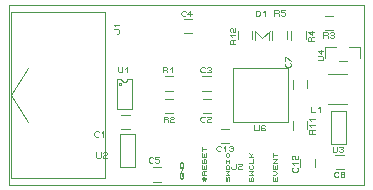
<source format=gbr>
G04 PROTEUS GERBER X2 FILE*
%TF.GenerationSoftware,Labcenter,Proteus,8.5-SP0-Build22067*%
%TF.CreationDate,2018-05-23T12:33:45+00:00*%
%TF.FileFunction,Legend,Top*%
%TF.FilePolarity,Positive*%
%TF.Part,Single*%
%FSLAX45Y45*%
%MOMM*%
G01*
%TA.AperFunction,Profile*%
%ADD28C,0.101600*%
%TA.AperFunction,Material*%
%ADD73C,0.101600*%
D28*
X-1490000Y-760000D02*
X+1510000Y-760000D01*
X+1510000Y+760000D01*
X-1490000Y+760000D01*
X-1490000Y-760000D01*
D73*
X-1480000Y+700000D02*
X-1480000Y-700000D01*
X-680000Y-700000D01*
X-680000Y+700000D01*
X-1480000Y+700000D01*
X-1480000Y+0D02*
X-1330000Y-230000D01*
X-1480000Y+0D02*
X-1330000Y+230000D01*
X-578740Y+519200D02*
X-571120Y+519200D01*
X-563500Y+525550D01*
X-563500Y+550950D01*
X-571120Y+557300D01*
X-609220Y+557300D01*
X-593980Y+582700D02*
X-609220Y+595400D01*
X-563500Y+595400D01*
X-583080Y+134960D02*
X-583080Y-115040D01*
X-580600Y-116300D02*
X-453600Y-116300D01*
X-453080Y-115040D02*
X-453080Y+134960D01*
X-543080Y+134960D02*
X-537299Y+120741D01*
X-523080Y+114960D01*
X-493080Y+134960D02*
X-498861Y+120741D01*
X-513080Y+114960D01*
X-493080Y+134960D02*
X-453080Y+134960D01*
X-543080Y+134960D02*
X-583080Y+134960D01*
X-523080Y+114960D02*
X-513080Y+114960D01*
X-543080Y+94960D02*
X-543115Y+95791D01*
X-543396Y+97455D01*
X-543986Y+99119D01*
X-544950Y+100783D01*
X-546425Y+102424D01*
X-548089Y+103625D01*
X-549753Y+104390D01*
X-551417Y+104821D01*
X-553080Y+104960D01*
X-563080Y+94960D02*
X-563045Y+95791D01*
X-562764Y+97455D01*
X-562174Y+99119D01*
X-561210Y+100783D01*
X-559735Y+102424D01*
X-558071Y+103625D01*
X-556407Y+104390D01*
X-554743Y+104821D01*
X-553080Y+104960D01*
X-563080Y+94960D02*
X-563045Y+94129D01*
X-562764Y+92465D01*
X-562174Y+90801D01*
X-561210Y+89137D01*
X-559735Y+87496D01*
X-558071Y+86295D01*
X-556407Y+85530D01*
X-554743Y+85099D01*
X-553080Y+84960D01*
X-543080Y+94960D02*
X-543115Y+94129D01*
X-543396Y+92465D01*
X-543986Y+90801D01*
X-544950Y+89137D01*
X-546425Y+87496D01*
X-548089Y+86295D01*
X-549753Y+85530D01*
X-551417Y+85099D01*
X-553080Y+84960D01*
X-571420Y+239100D02*
X-571420Y+201000D01*
X-565070Y+193380D01*
X-539670Y+193380D01*
X-533320Y+201000D01*
X-533320Y+239100D01*
X-507920Y+223860D02*
X-495220Y+239100D01*
X-495220Y+193380D01*
X-176340Y+158420D02*
X-107760Y+158420D01*
X-176340Y+36500D02*
X-105220Y+36500D01*
X-194120Y+191920D02*
X-194120Y+237640D01*
X-162370Y+237640D01*
X-156020Y+230020D01*
X-156020Y+222400D01*
X-162370Y+214780D01*
X-194120Y+214780D01*
X-162370Y+214780D02*
X-156020Y+207160D01*
X-156020Y+191920D01*
X-130620Y+222400D02*
X-117920Y+237640D01*
X-117920Y+191920D01*
X-176340Y-31580D02*
X-107760Y-31580D01*
X-176340Y-153500D02*
X-105220Y-153500D01*
X-184120Y-228080D02*
X-184120Y-182360D01*
X-152370Y-182360D01*
X-146020Y-189980D01*
X-146020Y-197600D01*
X-152370Y-205220D01*
X-184120Y-205220D01*
X-152370Y-205220D02*
X-146020Y-212840D01*
X-146020Y-228080D01*
X-126970Y-189980D02*
X-120620Y-182360D01*
X-101570Y-182360D01*
X-95220Y-189980D01*
X-95220Y-197600D01*
X-101570Y-205220D01*
X-120620Y-205220D01*
X-126970Y-212840D01*
X-126970Y-228080D01*
X-95220Y-228080D01*
X+144780Y-30480D02*
X+213360Y-30480D01*
X+144780Y-152400D02*
X+215900Y-152400D01*
X+165100Y-219360D02*
X+158750Y-226980D01*
X+139700Y-226980D01*
X+127000Y-211740D01*
X+127000Y-196500D01*
X+139700Y-181260D01*
X+158750Y-181260D01*
X+165100Y-188880D01*
X+184150Y-188880D02*
X+190500Y-181260D01*
X+209550Y-181260D01*
X+215900Y-188880D01*
X+215900Y-196500D01*
X+209550Y-204120D01*
X+190500Y-204120D01*
X+184150Y-211740D01*
X+184150Y-226980D01*
X+215900Y-226980D01*
X+143660Y+158420D02*
X+212240Y+158420D01*
X+143660Y+36500D02*
X+214780Y+36500D01*
X+163980Y+199540D02*
X+157630Y+191920D01*
X+138580Y+191920D01*
X+125880Y+207160D01*
X+125880Y+222400D01*
X+138580Y+237640D01*
X+157630Y+237640D01*
X+163980Y+230020D01*
X+183030Y+230020D02*
X+189380Y+237640D01*
X+208430Y+237640D01*
X+214780Y+230020D01*
X+214780Y+222400D01*
X+208430Y+214780D01*
X+214780Y+207160D01*
X+214780Y+199540D01*
X+208430Y+191920D01*
X+189380Y+191920D01*
X+183030Y+199540D01*
X+195730Y+214780D02*
X+208430Y+214780D01*
X+405000Y-230000D02*
X+865000Y-230000D01*
X+865000Y+230000D01*
X+405000Y+230000D01*
X+405000Y-230000D01*
X+584200Y-253500D02*
X+584200Y-291600D01*
X+590550Y-299220D01*
X+615950Y-299220D01*
X+622300Y-291600D01*
X+622300Y-253500D01*
X+673100Y-261120D02*
X+666750Y-253500D01*
X+647700Y-253500D01*
X+641350Y-261120D01*
X+641350Y-291600D01*
X+647700Y-299220D01*
X+666750Y-299220D01*
X+673100Y-291600D01*
X+673100Y-283980D01*
X+666750Y-276360D01*
X+641350Y-276360D01*
X-29520Y-684600D02*
X-29520Y-671900D01*
X-19360Y-671900D01*
X-19360Y-697300D01*
X-29520Y-710000D01*
X-39680Y-710000D01*
X-49840Y-697300D01*
X-49840Y-678250D01*
X-44760Y-671900D01*
X-19360Y-659200D02*
X-49840Y-659200D01*
X-19360Y-621100D01*
X-49840Y-621100D01*
X-19360Y-608400D02*
X-49840Y-608400D01*
X-49840Y-583000D01*
X-39680Y-570300D01*
X-29520Y-570300D01*
X-19360Y-583000D01*
X-19360Y-608400D01*
X+145240Y-691900D02*
X+145240Y-717300D01*
X+150320Y-723650D01*
X+155400Y-717300D01*
X+155400Y-698250D01*
X+160480Y-691900D01*
X+165560Y-698250D01*
X+165560Y-723650D01*
X+140160Y-710950D02*
X+170640Y-710950D01*
X+140160Y-704600D02*
X+170640Y-704600D01*
X+170640Y-679200D02*
X+140160Y-679200D01*
X+140160Y-647450D01*
X+145240Y-641100D01*
X+150320Y-641100D01*
X+155400Y-647450D01*
X+155400Y-679200D01*
X+155400Y-647450D02*
X+160480Y-641100D01*
X+170640Y-641100D01*
X+170640Y-590300D02*
X+170640Y-628400D01*
X+140160Y-628400D01*
X+140160Y-590300D01*
X+155400Y-628400D02*
X+155400Y-603000D01*
X+165560Y-577600D02*
X+170640Y-571250D01*
X+170640Y-545850D01*
X+165560Y-539500D01*
X+160480Y-539500D01*
X+155400Y-545850D01*
X+155400Y-571250D01*
X+150320Y-577600D01*
X+145240Y-577600D01*
X+140160Y-571250D01*
X+140160Y-545850D01*
X+145240Y-539500D01*
X+170640Y-488700D02*
X+170640Y-526800D01*
X+140160Y-526800D01*
X+140160Y-488700D01*
X+155400Y-526800D02*
X+155400Y-501400D01*
X+140160Y-476000D02*
X+140160Y-437900D01*
X+140160Y-456950D02*
X+170640Y-456950D01*
X+365560Y-730000D02*
X+370640Y-723650D01*
X+370640Y-698250D01*
X+365560Y-691900D01*
X+360480Y-691900D01*
X+355400Y-698250D01*
X+355400Y-723650D01*
X+350320Y-730000D01*
X+345240Y-730000D01*
X+340160Y-723650D01*
X+340160Y-698250D01*
X+345240Y-691900D01*
X+340160Y-679200D02*
X+370640Y-679200D01*
X+355400Y-660150D01*
X+370640Y-641100D01*
X+340160Y-641100D01*
X+370640Y-628400D02*
X+340160Y-628400D01*
X+340160Y-603000D01*
X+350320Y-590300D01*
X+360480Y-590300D01*
X+370640Y-603000D01*
X+370640Y-628400D01*
X+340160Y-571250D02*
X+340160Y-545850D01*
X+340160Y-558550D02*
X+370640Y-558550D01*
X+370640Y-571250D02*
X+370640Y-545850D01*
X+350320Y-526800D02*
X+340160Y-514100D01*
X+340160Y-501400D01*
X+350320Y-488700D01*
X+360480Y-488700D01*
X+370640Y-501400D01*
X+370640Y-514100D01*
X+360480Y-526800D01*
X+350320Y-526800D01*
X+565560Y-730000D02*
X+570640Y-723650D01*
X+570640Y-698250D01*
X+565560Y-691900D01*
X+560480Y-691900D01*
X+555400Y-698250D01*
X+555400Y-723650D01*
X+550320Y-730000D01*
X+545240Y-730000D01*
X+540160Y-723650D01*
X+540160Y-698250D01*
X+545240Y-691900D01*
X+540160Y-679200D02*
X+570640Y-679200D01*
X+555400Y-660150D01*
X+570640Y-641100D01*
X+540160Y-641100D01*
X+565560Y-590300D02*
X+570640Y-596650D01*
X+570640Y-615700D01*
X+560480Y-628400D01*
X+550320Y-628400D01*
X+540160Y-615700D01*
X+540160Y-596650D01*
X+545240Y-590300D01*
X+540160Y-577600D02*
X+570640Y-577600D01*
X+570640Y-539500D01*
X+540160Y-526800D02*
X+570640Y-526800D01*
X+540160Y-488700D02*
X+555400Y-507750D01*
X+570640Y-488700D01*
X+555400Y-526800D02*
X+555400Y-507750D01*
X+770640Y-691900D02*
X+770640Y-730000D01*
X+740160Y-730000D01*
X+740160Y-691900D01*
X+755400Y-730000D02*
X+755400Y-704600D01*
X+740160Y-679200D02*
X+755400Y-679200D01*
X+770640Y-660150D01*
X+755400Y-641100D01*
X+740160Y-641100D01*
X+770640Y-590300D02*
X+770640Y-628400D01*
X+740160Y-628400D01*
X+740160Y-590300D01*
X+755400Y-628400D02*
X+755400Y-603000D01*
X+770640Y-577600D02*
X+740160Y-577600D01*
X+770640Y-539500D01*
X+740160Y-539500D01*
X+740160Y-526800D02*
X+740160Y-488700D01*
X+740160Y-507750D02*
X+770640Y-507750D01*
X-473660Y-288420D02*
X-542240Y-288420D01*
X-473660Y-166500D02*
X-544780Y-166500D01*
X-732740Y-345900D02*
X-739090Y-353520D01*
X-758140Y-353520D01*
X-770840Y-338280D01*
X-770840Y-323040D01*
X-758140Y-307800D01*
X-739090Y-307800D01*
X-732740Y-315420D01*
X-707340Y-323040D02*
X-694640Y-307800D01*
X-694640Y-353520D01*
X-555390Y-607490D02*
X-428390Y-607490D01*
X-428390Y-328090D01*
X-555390Y-328090D01*
X-555390Y-607490D01*
X-754780Y-483790D02*
X-754780Y-521890D01*
X-748430Y-529510D01*
X-723030Y-529510D01*
X-716680Y-521890D01*
X-716680Y-483790D01*
X-697630Y-491410D02*
X-691280Y-483790D01*
X-672230Y-483790D01*
X-665880Y-491410D01*
X-665880Y-499030D01*
X-672230Y-506650D01*
X-691280Y-506650D01*
X-697630Y-514270D01*
X-697630Y-529510D01*
X-665880Y-529510D01*
X-276340Y-611580D02*
X-207760Y-611580D01*
X-276340Y-733500D02*
X-205220Y-733500D01*
X-273800Y-564100D02*
X-280150Y-571720D01*
X-299200Y-571720D01*
X-311900Y-556480D01*
X-311900Y-541240D01*
X-299200Y-526000D01*
X-280150Y-526000D01*
X-273800Y-533620D01*
X-223000Y-526000D02*
X-254750Y-526000D01*
X-254750Y-541240D01*
X-229350Y-541240D01*
X-223000Y-548860D01*
X-223000Y-564100D01*
X-229350Y-571720D01*
X-248400Y-571720D01*
X-254750Y-564100D01*
X+1339700Y-628420D02*
X+1271120Y-628420D01*
X+1339700Y-506500D02*
X+1268580Y-506500D01*
X+1293980Y-686840D02*
X+1287630Y-694460D01*
X+1268580Y-694460D01*
X+1255880Y-679220D01*
X+1255880Y-663980D01*
X+1268580Y-648740D01*
X+1287630Y-648740D01*
X+1293980Y-656360D01*
X+1344780Y-656360D02*
X+1338430Y-648740D01*
X+1319380Y-648740D01*
X+1313030Y-656360D01*
X+1313030Y-686840D01*
X+1319380Y-694460D01*
X+1338430Y-694460D01*
X+1344780Y-686840D01*
X+1344780Y-679220D01*
X+1338430Y-671600D01*
X+1313030Y-671600D01*
X+1232690Y-410970D02*
X+1359690Y-410970D01*
X+1359690Y-131570D01*
X+1232690Y-131570D01*
X+1232690Y-410970D01*
X+1246660Y-435530D02*
X+1246660Y-473630D01*
X+1253010Y-481250D01*
X+1278410Y-481250D01*
X+1284760Y-473630D01*
X+1284760Y-435530D01*
X+1303810Y-443150D02*
X+1310160Y-435530D01*
X+1329210Y-435530D01*
X+1335560Y-443150D01*
X+1335560Y-450770D01*
X+1329210Y-458390D01*
X+1335560Y-466010D01*
X+1335560Y-473630D01*
X+1329210Y-481250D01*
X+1310160Y-481250D01*
X+1303810Y-473630D01*
X+1316510Y-458390D02*
X+1329210Y-458390D01*
X+1474780Y+404440D02*
X+1385880Y+404440D01*
X+1368100Y+292680D02*
X+1296980Y+292680D01*
X+1474780Y+404440D02*
X+1474780Y+313000D01*
X+1185220Y+310460D02*
X+1185220Y+404440D01*
X+1271580Y+404440D01*
X+1119180Y+293950D02*
X+1157280Y+293950D01*
X+1164900Y+300300D01*
X+1164900Y+325700D01*
X+1157280Y+332050D01*
X+1119180Y+332050D01*
X+1149660Y+382850D02*
X+1149660Y+344750D01*
X+1119180Y+370150D01*
X+1164900Y+370150D01*
X+1363800Y-77000D02*
X+1203780Y-77000D01*
X+1363800Y+177000D02*
X+1203780Y+177000D01*
X+1061720Y-97320D02*
X+1061720Y-143040D01*
X+1099820Y-143040D01*
X+1125220Y-112560D02*
X+1137920Y-97320D01*
X+1137920Y-143040D01*
X+1028420Y+126340D02*
X+1028420Y+57760D01*
X+906500Y+126340D02*
X+906500Y+55220D01*
X+884460Y+273660D02*
X+892080Y+267310D01*
X+892080Y+248260D01*
X+876840Y+235560D01*
X+861600Y+235560D01*
X+846360Y+248260D01*
X+846360Y+267310D01*
X+853980Y+273660D01*
X+846360Y+292710D02*
X+846360Y+324460D01*
X+853980Y+324460D01*
X+892080Y+292710D01*
X+1249700Y+551580D02*
X+1181120Y+551580D01*
X+1249700Y+673500D02*
X+1178580Y+673500D01*
X+1165880Y+485540D02*
X+1165880Y+531260D01*
X+1197630Y+531260D01*
X+1203980Y+523640D01*
X+1203980Y+516020D01*
X+1197630Y+508400D01*
X+1165880Y+508400D01*
X+1197630Y+508400D02*
X+1203980Y+500780D01*
X+1203980Y+485540D01*
X+1223030Y+523640D02*
X+1229380Y+531260D01*
X+1248430Y+531260D01*
X+1254780Y+523640D01*
X+1254780Y+516020D01*
X+1248430Y+508400D01*
X+1254780Y+500780D01*
X+1254780Y+493160D01*
X+1248430Y+485540D01*
X+1229380Y+485540D01*
X+1223030Y+493160D01*
X+1235730Y+508400D02*
X+1248430Y+508400D01*
X+1018420Y+539700D02*
X+1018420Y+471120D01*
X+896500Y+539700D02*
X+896500Y+468580D01*
X+1084460Y+455880D02*
X+1038740Y+455880D01*
X+1038740Y+487630D01*
X+1046360Y+493980D01*
X+1053980Y+493980D01*
X+1061600Y+487630D01*
X+1061600Y+455880D01*
X+1061600Y+487630D02*
X+1069220Y+493980D01*
X+1084460Y+493980D01*
X+1069220Y+544780D02*
X+1069220Y+506680D01*
X+1038740Y+532080D01*
X+1084460Y+532080D01*
X+858420Y+539700D02*
X+858420Y+471120D01*
X+736500Y+539700D02*
X+736500Y+468580D01*
X+750800Y+673820D02*
X+750800Y+719540D01*
X+782550Y+719540D01*
X+788900Y+711920D01*
X+788900Y+704300D01*
X+782550Y+696680D01*
X+750800Y+696680D01*
X+782550Y+696680D02*
X+788900Y+689060D01*
X+788900Y+673820D01*
X+839700Y+719540D02*
X+807950Y+719540D01*
X+807950Y+704300D01*
X+833350Y+704300D01*
X+839700Y+696680D01*
X+839700Y+681440D01*
X+833350Y+673820D01*
X+814300Y+673820D01*
X+807950Y+681440D01*
X+370840Y-408420D02*
X+302260Y-408420D01*
X+370840Y-286500D02*
X+299720Y-286500D01*
X+299720Y-466840D02*
X+293370Y-474460D01*
X+274320Y-474460D01*
X+261620Y-459220D01*
X+261620Y-443980D01*
X+274320Y-428740D01*
X+293370Y-428740D01*
X+299720Y-436360D01*
X+325120Y-443980D02*
X+337820Y-428740D01*
X+337820Y-474460D01*
X+369570Y-436360D02*
X+375920Y-428740D01*
X+394970Y-428740D01*
X+401320Y-436360D01*
X+401320Y-443980D01*
X+394970Y-451600D01*
X+401320Y-459220D01*
X+401320Y-466840D01*
X+394970Y-474460D01*
X+375920Y-474460D01*
X+369570Y-466840D01*
X+382270Y-451600D02*
X+394970Y-451600D01*
X+713500Y+546500D02*
X+650000Y+483000D01*
X+586500Y+546500D01*
X+708420Y+536340D02*
X+708420Y+467760D01*
X+586500Y+536340D02*
X+586500Y+465220D01*
X+595880Y+670460D02*
X+595880Y+716180D01*
X+621280Y+716180D01*
X+633980Y+700940D01*
X+633980Y+685700D01*
X+621280Y+670460D01*
X+595880Y+670460D01*
X+659380Y+700940D02*
X+672080Y+716180D01*
X+672080Y+670460D01*
X+441580Y+473660D02*
X+441580Y+542240D01*
X+563500Y+473660D02*
X+563500Y+544780D01*
X+421260Y+430480D02*
X+375540Y+430480D01*
X+375540Y+462230D01*
X+383160Y+468580D01*
X+390780Y+468580D01*
X+398400Y+462230D01*
X+398400Y+430480D01*
X+398400Y+462230D02*
X+406020Y+468580D01*
X+421260Y+468580D01*
X+390780Y+493980D02*
X+375540Y+506680D01*
X+421260Y+506680D01*
X+383160Y+538430D02*
X+375540Y+544780D01*
X+375540Y+563830D01*
X+383160Y+570180D01*
X+390780Y+570180D01*
X+398400Y+563830D01*
X+398400Y+544780D01*
X+406020Y+538430D01*
X+421260Y+538430D01*
X+421260Y+570180D01*
X-16340Y+648420D02*
X+52240Y+648420D01*
X-16340Y+526500D02*
X+54780Y+526500D01*
X+3980Y+676360D02*
X-2370Y+668740D01*
X-21420Y+668740D01*
X-34120Y+683980D01*
X-34120Y+699220D01*
X-21420Y+714460D01*
X-2370Y+714460D01*
X+3980Y+706840D01*
X+54780Y+683980D02*
X+16680Y+683980D01*
X+42080Y+714460D01*
X+42080Y+668740D01*
X+971580Y-609700D02*
X+971580Y-541120D01*
X+1093500Y-609700D02*
X+1093500Y-538580D01*
X+943640Y-614780D02*
X+951260Y-621130D01*
X+951260Y-640180D01*
X+936020Y-652880D01*
X+920780Y-652880D01*
X+905540Y-640180D01*
X+905540Y-621130D01*
X+913160Y-614780D01*
X+920780Y-589380D02*
X+905540Y-576680D01*
X+951260Y-576680D01*
X+913160Y-544930D02*
X+905540Y-538580D01*
X+905540Y-519530D01*
X+913160Y-513180D01*
X+920780Y-513180D01*
X+928400Y-519530D01*
X+928400Y-538580D01*
X+936020Y-544930D01*
X+951260Y-544930D01*
X+951260Y-513180D01*
X+1028420Y-220300D02*
X+1028420Y-288880D01*
X+906500Y-220300D02*
X+906500Y-291420D01*
X+1094460Y-329520D02*
X+1048740Y-329520D01*
X+1048740Y-297770D01*
X+1056360Y-291420D01*
X+1063980Y-291420D01*
X+1071600Y-297770D01*
X+1071600Y-329520D01*
X+1071600Y-297770D02*
X+1079220Y-291420D01*
X+1094460Y-291420D01*
X+1063980Y-266020D02*
X+1048740Y-253320D01*
X+1094460Y-253320D01*
X+1063980Y-215220D02*
X+1048740Y-202520D01*
X+1094460Y-202520D01*
X+389200Y-609520D02*
X+389200Y-617140D01*
X+395550Y-624760D01*
X+420950Y-624760D01*
X+427300Y-617140D01*
X+427300Y-579040D01*
X+446350Y-586660D02*
X+452700Y-579040D01*
X+471750Y-579040D01*
X+478100Y-586660D01*
X+478100Y-594280D01*
X+471750Y-601900D01*
X+452700Y-601900D01*
X+446350Y-609520D01*
X+446350Y-624760D01*
X+478100Y-624760D01*
M02*

</source>
